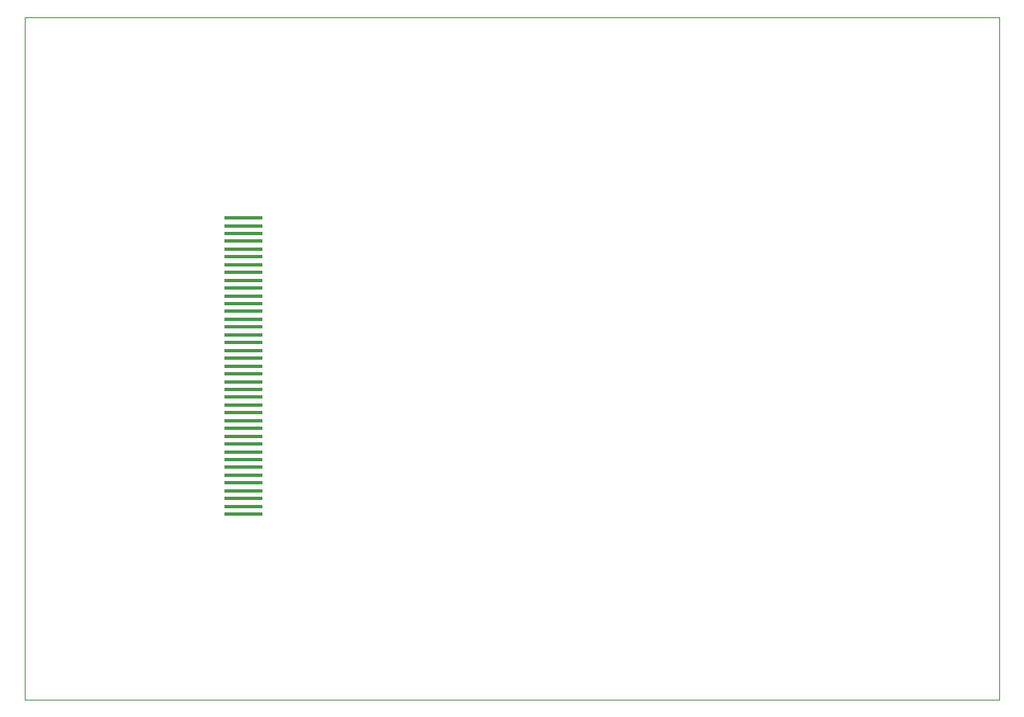
<source format=gbr>
G04 #@! TF.GenerationSoftware,KiCad,Pcbnew,(5.1.5)-3*
G04 #@! TF.CreationDate,2020-05-28T15:24:43-05:00*
G04 #@! TF.ProjectId,TFT Breakout 39P,54465420-4272-4656-916b-6f7574203339,rev?*
G04 #@! TF.SameCoordinates,Original*
G04 #@! TF.FileFunction,Paste,Top*
G04 #@! TF.FilePolarity,Positive*
%FSLAX46Y46*%
G04 Gerber Fmt 4.6, Leading zero omitted, Abs format (unit mm)*
G04 Created by KiCad (PCBNEW (5.1.5)-3) date 2020-05-28 15:24:43*
%MOMM*%
%LPD*%
G04 APERTURE LIST*
G04 #@! TA.AperFunction,Profile*
%ADD10C,0.050000*%
G04 #@! TD*
%ADD11R,4.000000X0.400000*%
G04 APERTURE END LIST*
D10*
X200000000Y-60000000D02*
X100000000Y-60000000D01*
X200000000Y-130000000D02*
X200000000Y-60000000D01*
X100000000Y-130000000D02*
X100000000Y-60000000D01*
X100000000Y-130000000D02*
X200000000Y-130000000D01*
D11*
G04 #@! TO.C,DS1*
X122490000Y-80560000D03*
X122490000Y-81360000D03*
X122490000Y-82160000D03*
X122490000Y-82960000D03*
X122490000Y-83760000D03*
X122490000Y-84560000D03*
X122490000Y-85360000D03*
X122490000Y-86160000D03*
X122490000Y-86960000D03*
X122490000Y-87760000D03*
X122490000Y-88560000D03*
X122490000Y-89360000D03*
X122490000Y-90160000D03*
X122490000Y-90960000D03*
X122490000Y-91760000D03*
X122490000Y-92560000D03*
X122490000Y-93360000D03*
X122490000Y-94160000D03*
X122490000Y-94960000D03*
X122490000Y-95760000D03*
X122490000Y-96560000D03*
X122490000Y-97360000D03*
X122490000Y-98160000D03*
X122490000Y-98960000D03*
X122490000Y-99760000D03*
X122490000Y-100560000D03*
X122490000Y-101360000D03*
X122490000Y-102160000D03*
X122490000Y-102960000D03*
X122490000Y-103760000D03*
X122490000Y-104560000D03*
X122490000Y-105360000D03*
X122490000Y-106160000D03*
X122490000Y-106960000D03*
X122490000Y-107760000D03*
X122490000Y-108560000D03*
X122490000Y-109360000D03*
X122490000Y-110160000D03*
X122490000Y-110960000D03*
G04 #@! TD*
M02*

</source>
